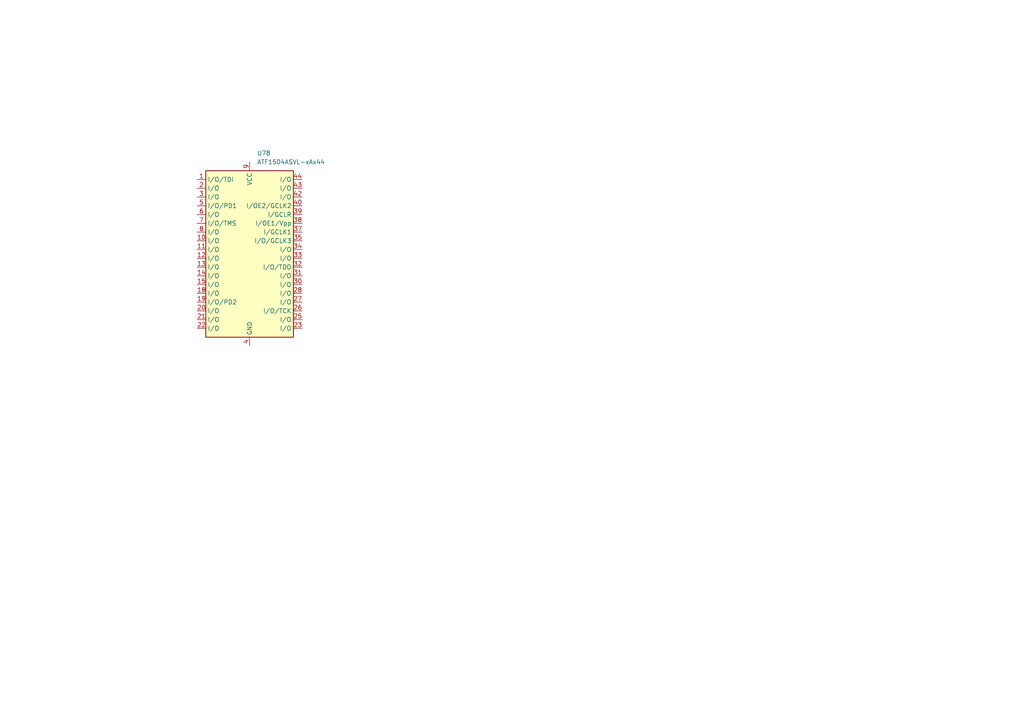
<source format=kicad_sch>
(kicad_sch (version 20250114) (generator "eeschema") (generator_version "9.0")
  (paper "A4")
  (lib_symbols
    (symbol "CPLD_Microchip:ATF1504ASVL-xAx44"
      (property "Reference" "U" (at -12.7 24.13 0))
      (property "Value" "ATF1504ASVL-xAx44" (at 12.7 24.13 0))
      (symbol "ATF1504ASVL-xAx44_0_1"
        (rectangle (start -12.7 22.86) (end 12.7 -25.4) (stroke (width 0.254)) (fill (type background)))
      )
      (symbol "ATF1504ASVL-xAx44_1_1"
        (pin bidirectional line (at -15.24 20.32 0) (length 2.54) (name "I/O/TDI") (number "1"))
        (pin bidirectional line (at -15.24 17.78 0) (length 2.54) (name "I/O") (number "2"))
        (pin bidirectional line (at -15.24 15.24 0) (length 2.54) (name "I/O") (number "3"))
        (pin bidirectional line (at -15.24 12.7 0) (length 2.54) (name "I/O/PD1") (number "5"))
        (pin bidirectional line (at -15.24 10.16 0) (length 2.54) (name "I/O") (number "6"))
        (pin bidirectional line (at -15.24 7.62 0) (length 2.54) (name "I/O/TMS") (number "7"))
        (pin bidirectional line (at -15.24 5.08 0) (length 2.54) (name "I/O") (number "8"))
        (pin bidirectional line (at -15.24 2.54 0) (length 2.54) (name "I/O") (number "10"))
        (pin bidirectional line (at -15.24 0 0) (length 2.54) (name "I/O") (number "11"))
        (pin bidirectional line (at -15.24 -2.54 0) (length 2.54) (name "I/O") (number "12"))
        (pin bidirectional line (at -15.24 -5.08 0) (length 2.54) (name "I/O") (number "13"))
        (pin bidirectional line (at -15.24 -7.62 0) (length 2.54) (name "I/O") (number "14"))
        (pin bidirectional line (at -15.24 -10.16 0) (length 2.54) (name "I/O") (number "15"))
        (pin bidirectional line (at -15.24 -12.7 0) (length 2.54) (name "I/O") (number "18"))
        (pin bidirectional line (at -15.24 -15.24 0) (length 2.54) (name "I/O/PD2") (number "19"))
        (pin bidirectional line (at -15.24 -17.78 0) (length 2.54) (name "I/O") (number "20"))
        (pin bidirectional line (at -15.24 -20.32 0) (length 2.54) (name "I/O") (number "21"))
        (pin bidirectional line (at -15.24 -22.86 0) (length 2.54) (name "I/O") (number "22"))
        (pin passive line (at 0 25.4 270) (length 2.54) (hide yes) (name "VCC") (number "17"))
        (pin passive line (at 0 25.4 270) (length 2.54) (hide yes) (name "VCC") (number "29"))
        (pin passive line (at 0 25.4 270) (length 2.54) (hide yes) (name "VCC") (number "41"))
        (pin power_in line (at 0 25.4 270) (length 2.54) (name "VCC") (number "9"))
        (pin passive line (at 0 -27.94 90) (length 2.54) (hide yes) (name "GND") (number "16"))
        (pin passive line (at 0 -27.94 90) (length 2.54) (hide yes) (name "GND") (number "24"))
        (pin passive line (at 0 -27.94 90) (length 2.54) (hide yes) (name "GND") (number "36"))
        (pin power_in line (at 0 -27.94 90) (length 2.54) (name "GND") (number "4"))
        (pin bidirectional line (at 15.24 20.32 180) (length 2.54) (name "I/O") (number "44"))
        (pin bidirectional line (at 15.24 17.78 180) (length 2.54) (name "I/O") (number "43"))
        (pin bidirectional line (at 15.24 15.24 180) (length 2.54) (name "I/O") (number "42"))
        (pin input line (at 15.24 12.7 180) (length 2.54) (name "I/OE2/GCLK2") (number "40"))
        (pin input line (at 15.24 10.16 180) (length 2.54) (name "I/GCLR") (number "39"))
        (pin input line (at 15.24 7.62 180) (length 2.54) (name "I/OE1/Vpp") (number "38"))
        (pin input line (at 15.24 5.08 180) (length 2.54) (name "I/GCLK1") (number "37"))
        (pin bidirectional line (at 15.24 2.54 180) (length 2.54) (name "I/O/GCLK3") (number "35"))
        (pin bidirectional line (at 15.24 0 180) (length 2.54) (name "I/O") (number "34"))
        (pin bidirectional line (at 15.24 -2.54 180) (length 2.54) (name "I/O") (number "33"))
        (pin bidirectional line (at 15.24 -5.08 180) (length 2.54) (name "I/O/TDO") (number "32"))
        (pin bidirectional line (at 15.24 -7.62 180) (length 2.54) (name "I/O") (number "31"))
        (pin bidirectional line (at 15.24 -10.16 180) (length 2.54) (name "I/O") (number "30"))
        (pin bidirectional line (at 15.24 -12.7 180) (length 2.54) (name "I/O") (number "28"))
        (pin bidirectional line (at 15.24 -15.24 180) (length 2.54) (name "I/O") (number "27"))
        (pin bidirectional line (at 15.24 -17.78 180) (length 2.54) (name "I/O/TCK") (number "26"))
        (pin bidirectional line (at 15.24 -20.32 180) (length 2.54) (name "I/O") (number "25"))
        (pin bidirectional line (at 15.24 -22.86 180) (length 2.54) (name "I/O") (number "23"))
      )
    )
  )
  (symbol (lib_id "CPLD_Microchip:ATF1504ASVL-xAx44") (at 72.39 72.39 0) (unit 1)
    (property "Reference" "U78" (at 74.5333 44.45 0) (effects (justify left)))
    (property "Value" "ATF1504ASVL-xAx44" (at 74.5333 46.99 0) (effects (justify left)))
    (property "Footprint" "Package_QFP:TQFP-44_10x10mm_P0.8mm" (effects (hide yes)))
    (property "Datasheet" "http://ww1.microchip.com/downloads/en/DeviceDoc/ATF1504ASV-ATF1504ASVL-Data-Sheet-20006185A.pdf" (effects (hide yes)))
    (property "Description" "Microchip CPLD, 32 Macrocell, 3.3 V, Low Power, TQFP-44" (effects (hide yes)))
  )
)
</source>
